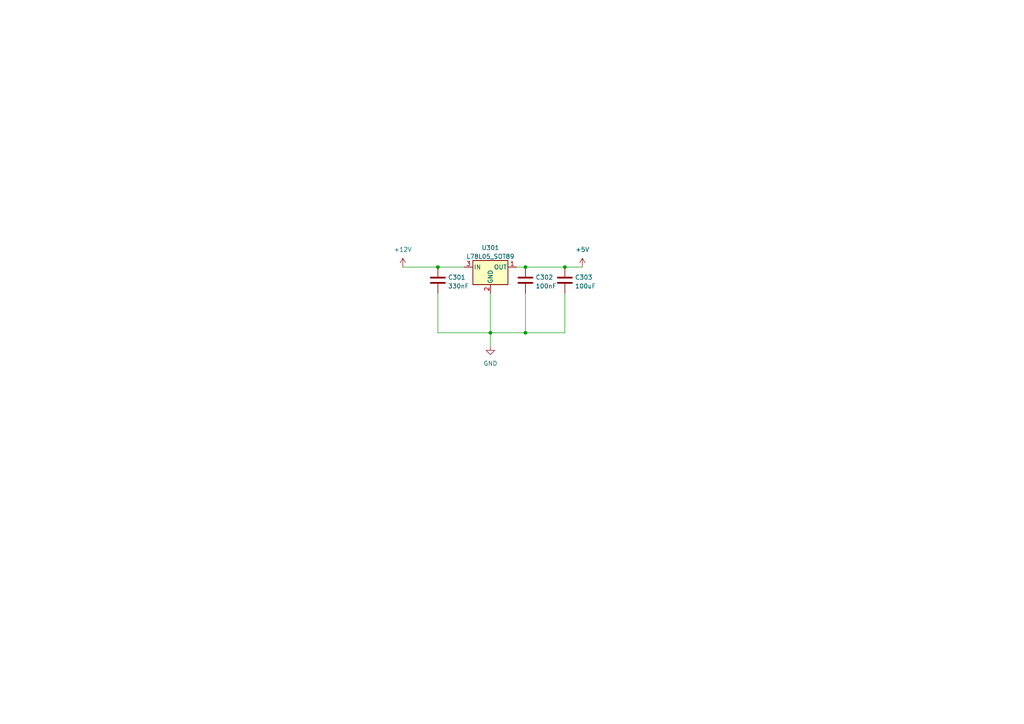
<source format=kicad_sch>
(kicad_sch (version 20230121) (generator eeschema)
  (paper "A4")
  (lib_symbols
    (symbol "Device:C" (pin_numbers hide) (pin_names (offset 0.254))
      (property "Reference" "C" (at 0.635 2.54 0))
      (property "Value" "C" (at 0.635 -2.54 0))
      (symbol "C_0_1"
        (polyline (pts (xy -2.032 -0.762) (xy 2.032 -0.762)) (stroke (width 0.508)))
        (polyline (pts (xy -2.032 0.762) (xy 2.032 0.762)) (stroke (width 0.508)))
      )
      (symbol "C_1_1"
        (pin passive line (at 0 3.81 270) (length 2.794) (name "~") (number "1"))
        (pin passive line (at 0 -3.81 90) (length 2.794) (name "~") (number "2"))
      )
    )
    (symbol "Regulator_Linear:L78L05_SOT89" (pin_names (offset 0.254))
      (property "Reference" "U" (at -3.81 3.175 0))
      (property "Value" "L78L05_SOT89" (at -0.635 3.175 0))
      (symbol "L78L05_SOT89_0_1"
        (rectangle (start -5.08 1.905) (end 5.08 -5.08) (stroke (width 0.254)) (fill (type background)))
      )
      (symbol "L78L05_SOT89_1_1"
        (pin power_out line (at 7.62 0 180) (length 2.54) (name "OUT") (number "1"))
        (pin power_in line (at 0 -7.62 90) (length 2.54) (name "GND") (number "2"))
        (pin power_in line (at -7.62 0 0) (length 2.54) (name "IN") (number "3"))
      )
    )
    (symbol "power:+12V" (power) (pin_names (offset 0))
      (property "Value" "+12V" (at 0 3.556 0))
      (symbol "+12V_0_1"
        (polyline (pts (xy -0.762 1.27) (xy 0 2.54)))
        (polyline (pts (xy 0 0) (xy 0 2.54)))
        (polyline (pts (xy 0 2.54) (xy 0.762 1.27)))
      )
      (symbol "+12V_1_1"
        (pin power_in line (at 0 0 90) (length 0) hide (name "+12V") (number "1"))
      )
    )
    (symbol "power:+5V" (power) (pin_names (offset 0))
      (property "Value" "+5V" (at 0 3.556 0))
      (symbol "+5V_0_1"
        (polyline (pts (xy -0.762 1.27) (xy 0 2.54)))
        (polyline (pts (xy 0 0) (xy 0 2.54)))
        (polyline (pts (xy 0 2.54) (xy 0.762 1.27)))
      )
      (symbol "+5V_1_1"
        (pin power_in line (at 0 0 90) (length 0) hide (name "+5V") (number "1"))
      )
    )
    (symbol "power:GND" (power) (pin_names (offset 0))
      (property "Value" "GND" (at 0 -3.81 0))
      (symbol "GND_0_1"
        (polyline (pts (xy 0 0) (xy 0 -1.27) (xy 1.27 -1.27) (xy 0 -2.54) (xy -1.27 -1.27) (xy 0 -1.27)))
      )
      (symbol "GND_1_1"
        (pin power_in line (at 0 0 270) (length 0) hide (name "GND") (number "1"))
      )
    )
  )
  (junction (at 152.4 77.47))
  (junction (at 163.83 77.47))
  (junction (at 142.24 96.52))
  (junction (at 127 77.47))
  (junction (at 152.4 96.52))
  (wire (pts (xy 116.84 77.47) (xy 127 77.47)))
  (wire (pts (xy 127 77.47) (xy 134.62 77.47)))
  (wire (pts (xy 127 96.52) (xy 142.24 96.52)))
  (wire (pts (xy 152.4 85.09) (xy 152.4 96.52)))
  (wire (pts (xy 142.24 96.52) (xy 142.24 100.33)))
  (wire (pts (xy 163.83 85.09) (xy 163.83 96.52)))
  (wire (pts (xy 163.83 77.47) (xy 168.91 77.47)))
  (wire (pts (xy 127 85.09) (xy 127 96.52)))
  (wire (pts (xy 142.24 85.09) (xy 142.24 96.52)))
  (wire (pts (xy 152.4 96.52) (xy 163.83 96.52)))
  (wire (pts (xy 149.86 77.47) (xy 152.4 77.47)))
  (wire (pts (xy 152.4 77.47) (xy 163.83 77.47)))
  (wire (pts (xy 142.24 96.52) (xy 152.4 96.52)))
  (symbol (lib_id "power:GND") (at 142.24 100.33 0) (unit 1)
    (property "Reference" "#PWR0102" (effects hide))
    (property "Value" "GND" (at 142.24 105.41 0))
    (instances (project "central_bare_minimum" (path "" (reference "#PWR0114") (unit 1))) (project "LDO" (path "" (reference "#PWR0102") (unit 1))))
  )
  (symbol (lib_id "Device:C") (at 152.4 81.28 0) (unit 1)
    (property "Reference" "C302" (at 155.321 80.4453 0) (effects (justify left)))
    (property "Value" "100nF" (at 155.321 82.9822 0) (effects (justify left)))
    (property "Footprint" "Capacitor_SMD:C_0603_1608Metric_Pad1.08x0.95mm_HandSolder" (effects hide))
    (property "JLCPCB Part#" "C14663" (effects hide))
    (instances (project "central_bare_minimum" (path "" (reference "C302") (unit 1))) (project "LDO" (path "" (reference "C302") (unit 1))) (project "general_schematics" (path "" (reference "C1802") (unit 1))))
  )
  (symbol (lib_id "power:+12V") (at 116.84 77.47 0) (unit 1)
    (property "Reference" "#PWR012" (effects hide))
    (property "Value" "+12V" (at 116.84 72.39 0))
  )
  (symbol (lib_id "Regulator_Linear:L78L05_SOT89") (at 142.24 77.47 0) (unit 1)
    (property "Reference" "U301" (at 142.24 71.8652 0))
    (property "Value" "L78L05_SOT89" (at 142.24 74.4021 0))
    (property "Footprint" "Package_TO_SOT_SMD:SOT-89-3" (effects hide))
    (property "Datasheet" "http://www.st.com/content/ccc/resource/technical/document/datasheet/15/55/e5/aa/23/5b/43/fd/CD00000446.pdf/files/CD00000446.pdf/jcr:content/translations/en.CD00000446.pdf" (effects hide))
    (property "JLCPCB Part#" "C71136" (effects hide))
    (instances (project "central_bare_minimum" (path "" (reference "U301") (unit 1))) (project "LDO" (path "" (reference "U301") (unit 1))) (project "general_schematics" (path "" (reference "U1801") (unit 1))))
  )
  (symbol (lib_id "power:+5V") (at 168.91 77.47 0) (unit 1)
    (property "Reference" "#PWR0101" (effects hide))
    (property "Value" "+5V" (at 168.91 72.39 0))
    (instances (project "central_bare_minimum" (path "" (reference "#PWR0103") (unit 1))) (project "LDO" (path "" (reference "#PWR0101") (unit 1))))
  )
  (symbol (lib_id "Device:C") (at 127 81.28 0) (unit 1)
    (property "Reference" "C301" (at 129.921 80.4453 0) (effects (justify left)))
    (property "Value" "330nF" (at 129.921 82.9822 0) (effects (justify left)))
    (property "Footprint" "Capacitor_SMD:C_0603_1608Metric_Pad1.08x0.95mm_HandSolder" (effects hide))
    (property "JLCPCB Part#" "C1615" (effects hide))
    (instances (project "central_bare_minimum" (path "" (reference "C301") (unit 1))) (project "LDO" (path "" (reference "C301") (unit 1))) (project "general_schematics" (path "" (reference "C1801") (unit 1))))
  )
  (symbol (lib_id "Device:C") (at 163.83 81.28 0) (unit 1)
    (property "Reference" "C303" (at 166.751 80.4453 0) (effects (justify left)))
    (property "Value" "100uF" (at 166.751 82.9822 0) (effects (justify left)))
    (property "Footprint" "Capacitor_SMD:C_1206_3216Metric_Pad1.33x1.80mm_HandSolder" (effects hide))
    (property "JLCPCB Part#" "C15008" (effects hide))
    (instances (project "central_bare_minimum" (path "" (reference "C303") (unit 1))) (project "LDO" (path "" (reference "C303") (unit 1))) (project "general_schematics" (path "" (reference "C1803") (unit 1))))
  )
)
</source>
